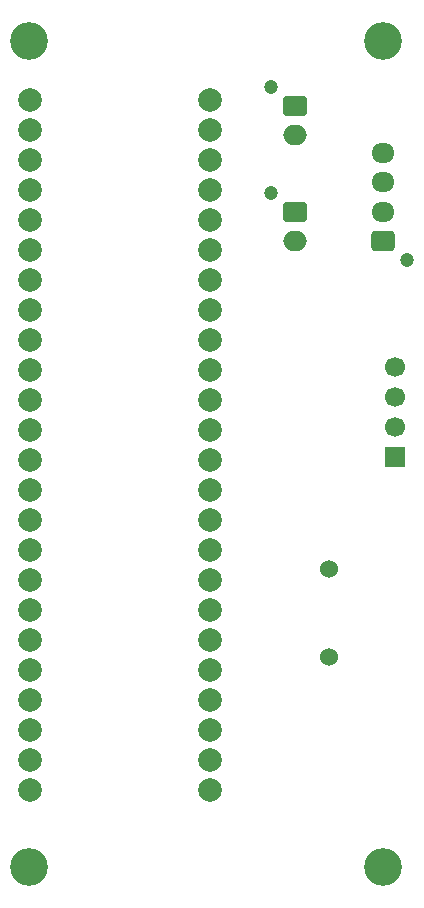
<source format=gbr>
%TF.GenerationSoftware,KiCad,Pcbnew,9.0.0*%
%TF.CreationDate,2026-01-12T14:03:56-05:00*%
%TF.ProjectId,nick_egorov_flight_computer,6e69636b-5f65-4676-9f72-6f765f666c69,rev?*%
%TF.SameCoordinates,Original*%
%TF.FileFunction,Soldermask,Bot*%
%TF.FilePolarity,Negative*%
%FSLAX46Y46*%
G04 Gerber Fmt 4.6, Leading zero omitted, Abs format (unit mm)*
G04 Created by KiCad (PCBNEW 9.0.0) date 2026-01-12 14:03:56*
%MOMM*%
%LPD*%
G01*
G04 APERTURE LIST*
G04 Aperture macros list*
%AMRoundRect*
0 Rectangle with rounded corners*
0 $1 Rounding radius*
0 $2 $3 $4 $5 $6 $7 $8 $9 X,Y pos of 4 corners*
0 Add a 4 corners polygon primitive as box body*
4,1,4,$2,$3,$4,$5,$6,$7,$8,$9,$2,$3,0*
0 Add four circle primitives for the rounded corners*
1,1,$1+$1,$2,$3*
1,1,$1+$1,$4,$5*
1,1,$1+$1,$6,$7*
1,1,$1+$1,$8,$9*
0 Add four rect primitives between the rounded corners*
20,1,$1+$1,$2,$3,$4,$5,0*
20,1,$1+$1,$4,$5,$6,$7,0*
20,1,$1+$1,$6,$7,$8,$9,0*
20,1,$1+$1,$8,$9,$2,$3,0*%
G04 Aperture macros list end*
%ADD10R,1.700000X1.700000*%
%ADD11C,1.700000*%
%ADD12C,1.200000*%
%ADD13RoundRect,0.250000X0.725000X-0.600000X0.725000X0.600000X-0.725000X0.600000X-0.725000X-0.600000X0*%
%ADD14O,1.950000X1.700000*%
%ADD15C,3.200000*%
%ADD16RoundRect,0.250000X-0.750000X0.600000X-0.750000X-0.600000X0.750000X-0.600000X0.750000X0.600000X0*%
%ADD17O,2.000000X1.700000*%
%ADD18C,1.524000*%
%ADD19C,2.000000*%
G04 APERTURE END LIST*
D10*
%TO.C,J1*%
X131000000Y-105220000D03*
D11*
X131000000Y-102680000D03*
X131000000Y-100140000D03*
X131000000Y-97600000D03*
%TD*%
D12*
%TO.C,J1*%
X132000000Y-88600000D03*
D13*
X130000000Y-87000000D03*
D14*
X130000000Y-84500000D03*
X130000000Y-82000000D03*
X130000000Y-79500000D03*
%TD*%
D15*
%TO.C,H3*%
X130000000Y-140000000D03*
%TD*%
D12*
%TO.C,J2*%
X120500000Y-73900000D03*
D16*
X122500000Y-75500000D03*
D17*
X122500000Y-78000000D03*
%TD*%
D12*
%TO.C,J3*%
X120525000Y-82900000D03*
D16*
X122525000Y-84500000D03*
D17*
X122525000Y-87000000D03*
%TD*%
D18*
%TO.C,BZ1*%
X125400000Y-122200000D03*
X125400000Y-114700000D03*
%TD*%
D19*
%TO.C,Teensy4.1*%
X100060000Y-77520000D03*
X100060000Y-80060000D03*
X100060000Y-82600000D03*
X100060000Y-85140000D03*
X100060000Y-110540000D03*
X115300000Y-80060000D03*
X100060000Y-87680000D03*
X100060000Y-90220000D03*
X115300000Y-74980000D03*
X100060000Y-92760000D03*
X100060000Y-95300000D03*
X100060000Y-97840000D03*
X100060000Y-100380000D03*
X100060000Y-102920000D03*
X100060000Y-105460000D03*
X100060000Y-108000000D03*
X115300000Y-108000000D03*
X115300000Y-105460000D03*
X115300000Y-102920000D03*
X115300000Y-100380000D03*
X115300000Y-97840000D03*
X115300000Y-95300000D03*
X115300000Y-92760000D03*
X115300000Y-90220000D03*
X115300000Y-87680000D03*
X115300000Y-85140000D03*
X115300000Y-82600000D03*
X100060000Y-113080000D03*
X100060000Y-115620000D03*
X100060000Y-118160000D03*
X100060000Y-120700000D03*
X100060000Y-123240000D03*
X100060000Y-125780000D03*
X100060000Y-128320000D03*
X100060000Y-130860000D03*
X100060000Y-133400000D03*
X115300000Y-133400000D03*
X115300000Y-130860000D03*
X115300000Y-128320000D03*
X115300000Y-125780000D03*
X115300000Y-123240000D03*
X115300000Y-120700000D03*
X115300000Y-118160000D03*
X115300000Y-115620000D03*
X115300000Y-113080000D03*
X100060000Y-74980000D03*
X115300000Y-77520000D03*
X115300000Y-110540000D03*
%TD*%
D15*
%TO.C,H4*%
X100000000Y-70000000D03*
%TD*%
%TO.C,H2*%
X130000000Y-70000000D03*
%TD*%
%TO.C,H1*%
X100000000Y-140000000D03*
%TD*%
M02*

</source>
